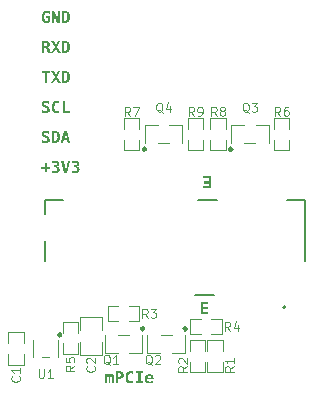
<source format=gbr>
%TF.GenerationSoftware,KiCad,Pcbnew,9.0.0*%
%TF.CreationDate,2025-03-01T15:32:50-05:00*%
%TF.ProjectId,mPCIE-to-M_2_E-Key,6d504349-452d-4746-9f2d-4d5f325f452d,rev?*%
%TF.SameCoordinates,Original*%
%TF.FileFunction,Legend,Top*%
%TF.FilePolarity,Positive*%
%FSLAX46Y46*%
G04 Gerber Fmt 4.6, Leading zero omitted, Abs format (unit mm)*
G04 Created by KiCad (PCBNEW 9.0.0) date 2025-03-01 15:32:50*
%MOMM*%
%LPD*%
G01*
G04 APERTURE LIST*
%ADD10C,0.200000*%
%ADD11C,0.120000*%
%ADD12C,0.127000*%
%ADD13C,0.250000*%
G04 APERTURE END LIST*
D10*
G36*
X136906218Y-109170629D02*
G01*
X136270515Y-109170629D01*
X136270515Y-108992882D01*
X136704596Y-108992882D01*
X136704596Y-108772758D01*
X136311487Y-108772758D01*
X136311487Y-108595010D01*
X136704596Y-108595010D01*
X136704596Y-108327747D01*
X136270515Y-108327747D01*
X136270515Y-108150000D01*
X136906218Y-108150000D01*
X136906218Y-109170629D01*
G37*
G36*
X136043781Y-118829370D02*
G01*
X136679484Y-118829370D01*
X136679484Y-119007117D01*
X136245403Y-119007117D01*
X136245403Y-119227241D01*
X136638512Y-119227241D01*
X136638512Y-119404989D01*
X136245403Y-119404989D01*
X136245403Y-119672252D01*
X136679484Y-119672252D01*
X136679484Y-119850000D01*
X136043781Y-119850000D01*
X136043781Y-118829370D01*
G37*
G36*
X122897871Y-102804844D02*
G01*
X122817882Y-102800692D01*
X122739968Y-102787076D01*
X122662890Y-102764135D01*
X122592262Y-102733037D01*
X122592262Y-102524576D01*
X122674295Y-102575823D01*
X122748822Y-102610000D01*
X122825275Y-102631256D01*
X122896467Y-102638026D01*
X122945545Y-102633738D01*
X122983738Y-102622008D01*
X123013398Y-102603832D01*
X123035910Y-102578544D01*
X123049557Y-102547674D01*
X123054370Y-102509494D01*
X123047396Y-102465317D01*
X123027076Y-102428832D01*
X122992515Y-102397752D01*
X122947758Y-102374855D01*
X122848656Y-102337241D01*
X122774029Y-102305656D01*
X122719391Y-102276730D01*
X122672999Y-102244595D01*
X122642210Y-102214876D01*
X122613259Y-102170438D01*
X122594840Y-102114314D01*
X122588171Y-102043295D01*
X122594217Y-101974700D01*
X122611352Y-101916742D01*
X122638854Y-101867401D01*
X122677076Y-101825247D01*
X122723733Y-101791751D01*
X122778708Y-101767076D01*
X122843593Y-101751470D01*
X122920403Y-101745929D01*
X122994843Y-101749716D01*
X123062247Y-101760645D01*
X123128395Y-101779656D01*
X123201343Y-101809494D01*
X123201343Y-102006414D01*
X123132845Y-101963998D01*
X123066319Y-101935076D01*
X123001033Y-101918266D01*
X122936156Y-101912747D01*
X122887650Y-101916562D01*
X122851441Y-101926764D01*
X122824720Y-101942117D01*
X122803245Y-101964225D01*
X122790319Y-101991479D01*
X122785764Y-102025526D01*
X122789051Y-102052568D01*
X122798563Y-102075727D01*
X122814462Y-102095929D01*
X122855129Y-102123956D01*
X122932737Y-102157479D01*
X123019504Y-102190268D01*
X123098931Y-102226183D01*
X123158067Y-102265960D01*
X123200671Y-102309214D01*
X123232101Y-102361707D01*
X123251795Y-102424853D01*
X123258801Y-102501311D01*
X123252371Y-102576083D01*
X123234423Y-102637176D01*
X123206078Y-102687269D01*
X123167210Y-102728274D01*
X123119951Y-102759735D01*
X123061053Y-102783641D01*
X122988031Y-102799198D01*
X122897871Y-102804844D01*
G37*
G36*
X123860982Y-102804844D02*
G01*
X123779376Y-102798851D01*
X123708811Y-102781787D01*
X123647475Y-102754489D01*
X123593940Y-102717048D01*
X123547252Y-102668801D01*
X123510601Y-102613840D01*
X123480784Y-102548802D01*
X123458212Y-102472081D01*
X123443726Y-102381766D01*
X123438564Y-102275692D01*
X123443744Y-102168981D01*
X123458262Y-102078342D01*
X123480855Y-102001551D01*
X123510660Y-101936644D01*
X123547252Y-101881973D01*
X123593940Y-101833726D01*
X123647475Y-101796284D01*
X123708811Y-101768987D01*
X123779376Y-101751923D01*
X123860982Y-101745929D01*
X123919489Y-101749076D01*
X123973761Y-101758264D01*
X124025647Y-101773711D01*
X124073595Y-101795144D01*
X124073595Y-102019359D01*
X124018518Y-101974602D01*
X123972418Y-101948956D01*
X123921493Y-101932226D01*
X123871240Y-101927096D01*
X123818618Y-101932849D01*
X123774503Y-101949255D01*
X123737035Y-101976102D01*
X123705155Y-102014596D01*
X123682282Y-102059570D01*
X123664482Y-102116366D01*
X123652726Y-102187460D01*
X123648429Y-102275692D01*
X123652761Y-102364449D01*
X123664568Y-102435381D01*
X123682370Y-102491522D01*
X123705155Y-102535505D01*
X123737077Y-102574335D01*
X123774564Y-102601381D01*
X123818664Y-102617891D01*
X123871240Y-102623677D01*
X123922843Y-102618068D01*
X123973089Y-102601085D01*
X124020594Y-102574096D01*
X124073595Y-102531414D01*
X124073595Y-102755629D01*
X124024557Y-102777144D01*
X123973089Y-102792510D01*
X123919912Y-102801669D01*
X123860982Y-102804844D01*
G37*
G36*
X124338110Y-101764370D02*
G01*
X124539794Y-101764370D01*
X124539794Y-102607252D01*
X124971127Y-102607252D01*
X124971127Y-102785000D01*
X124338110Y-102785000D01*
X124338110Y-101764370D01*
G37*
G36*
X122983906Y-96689863D02*
G01*
X123062044Y-96704593D01*
X123121154Y-96726445D01*
X123165134Y-96754101D01*
X123202339Y-96793984D01*
X123229370Y-96846058D01*
X123244987Y-96905822D01*
X123250558Y-96977644D01*
X123247152Y-97032873D01*
X123237918Y-97076135D01*
X123221833Y-97114947D01*
X123199328Y-97148553D01*
X123172049Y-97175709D01*
X123138817Y-97197463D01*
X123100444Y-97212828D01*
X123051683Y-97223047D01*
X123081254Y-97233662D01*
X123104317Y-97251074D01*
X123127887Y-97282520D01*
X123158295Y-97337903D01*
X123342882Y-97705000D01*
X123121414Y-97705000D01*
X122998316Y-97447262D01*
X122983967Y-97417220D01*
X122953124Y-97363409D01*
X122925165Y-97330087D01*
X122892726Y-97308653D01*
X122856838Y-97301693D01*
X122792602Y-97301693D01*
X122792602Y-97705000D01*
X122590919Y-97705000D01*
X122590919Y-97132128D01*
X122792602Y-97132128D01*
X122887613Y-97132128D01*
X122942475Y-97127695D01*
X122980661Y-97116184D01*
X123006559Y-97099338D01*
X123020907Y-97082250D01*
X123032510Y-97059038D01*
X123039429Y-97031588D01*
X123042096Y-96992665D01*
X123037409Y-96943834D01*
X123025088Y-96909588D01*
X123006559Y-96886053D01*
X122980290Y-96869525D01*
X122942028Y-96858258D01*
X122887613Y-96853935D01*
X122792602Y-96853935D01*
X122792602Y-97132128D01*
X122590919Y-97132128D01*
X122590919Y-96684370D01*
X122882117Y-96684370D01*
X122983906Y-96689863D01*
G37*
G36*
X123660031Y-97186838D02*
G01*
X123368832Y-96684370D01*
X123577294Y-96684370D01*
X123763224Y-97009091D01*
X123949886Y-96684370D01*
X124158347Y-96684370D01*
X123868492Y-97186838D01*
X124166591Y-97705000D01*
X123958068Y-97705000D01*
X123763224Y-97367334D01*
X123569112Y-97705000D01*
X123360589Y-97705000D01*
X123660031Y-97186838D01*
G37*
G36*
X124598190Y-96690211D02*
G01*
X124683471Y-96706345D01*
X124752893Y-96731118D01*
X124809108Y-96763534D01*
X124854195Y-96803316D01*
X124886202Y-96844965D01*
X124913671Y-96896263D01*
X124936261Y-96958838D01*
X124951128Y-97023898D01*
X124960806Y-97101744D01*
X124964288Y-97194349D01*
X124958776Y-97307689D01*
X124943593Y-97400350D01*
X124920423Y-97475589D01*
X124890433Y-97536255D01*
X124854195Y-97584710D01*
X124808764Y-97625043D01*
X124752328Y-97657840D01*
X124682853Y-97682855D01*
X124597742Y-97699118D01*
X124493937Y-97705000D01*
X124277965Y-97705000D01*
X124277965Y-97523161D01*
X124479588Y-97523161D01*
X124534298Y-97523161D01*
X124593081Y-97517774D01*
X124639272Y-97502947D01*
X124675575Y-97479763D01*
X124703803Y-97447995D01*
X124723422Y-97410371D01*
X124739354Y-97358182D01*
X124750296Y-97287473D01*
X124754422Y-97193677D01*
X124750306Y-97100646D01*
X124739380Y-97030370D01*
X124723450Y-96978369D01*
X124703803Y-96940764D01*
X124675923Y-96909342D01*
X124639787Y-96886341D01*
X124593511Y-96871584D01*
X124534298Y-96866209D01*
X124479588Y-96866209D01*
X124479588Y-97523161D01*
X124277965Y-97523161D01*
X124277965Y-96684370D01*
X124493937Y-96684370D01*
X124598190Y-96690211D01*
G37*
G36*
X122992210Y-95184844D02*
G01*
X122913995Y-95178870D01*
X122845977Y-95161800D01*
X122786444Y-95134359D01*
X122734071Y-95096497D01*
X122688005Y-95047397D01*
X122657271Y-95001763D01*
X122630617Y-94947921D01*
X122608321Y-94884731D01*
X122593185Y-94819424D01*
X122583454Y-94743146D01*
X122579989Y-94654349D01*
X122585212Y-94547573D01*
X122599838Y-94457085D01*
X122622578Y-94380606D01*
X122652556Y-94316130D01*
X122689349Y-94261973D01*
X122736075Y-94213604D01*
X122789406Y-94176144D01*
X122850257Y-94148892D01*
X122920001Y-94131891D01*
X123000392Y-94125929D01*
X123064352Y-94130254D01*
X123124834Y-94143026D01*
X123182955Y-94164643D01*
X123236209Y-94193585D01*
X123236209Y-94417128D01*
X123190053Y-94368530D01*
X123139183Y-94334452D01*
X123082747Y-94314089D01*
X123018832Y-94307096D01*
X122962796Y-94312903D01*
X122916680Y-94329290D01*
X122878367Y-94355752D01*
X122846580Y-94393192D01*
X122823831Y-94437159D01*
X122806026Y-94493471D01*
X122794199Y-94564832D01*
X122789855Y-94654349D01*
X122793978Y-94741883D01*
X122805284Y-94812865D01*
X122822439Y-94869960D01*
X122844504Y-94915505D01*
X122874191Y-94953373D01*
X122909778Y-94980779D01*
X122951944Y-94997665D01*
X123004483Y-95003677D01*
X123032510Y-95002334D01*
X123058522Y-94997510D01*
X123081053Y-94990000D01*
X123096074Y-94980413D01*
X123096074Y-94785629D01*
X122958016Y-94785629D01*
X122958016Y-94616064D01*
X123272479Y-94616064D01*
X123272479Y-95083667D01*
X123211199Y-95127548D01*
X123144617Y-95158832D01*
X123072138Y-95178311D01*
X122992210Y-95184844D01*
G37*
G36*
X123423482Y-94144370D02*
G01*
X123640186Y-94144370D01*
X123924546Y-94886074D01*
X123924546Y-94144370D01*
X124102294Y-94144370D01*
X124102294Y-95165000D01*
X123886994Y-95165000D01*
X123601229Y-94423295D01*
X123601229Y-95165000D01*
X123423482Y-95165000D01*
X123423482Y-94144370D01*
G37*
G36*
X124598190Y-94150211D02*
G01*
X124683471Y-94166345D01*
X124752893Y-94191118D01*
X124809108Y-94223534D01*
X124854195Y-94263316D01*
X124886202Y-94304965D01*
X124913671Y-94356263D01*
X124936261Y-94418838D01*
X124951128Y-94483898D01*
X124960806Y-94561744D01*
X124964288Y-94654349D01*
X124958776Y-94767689D01*
X124943593Y-94860350D01*
X124920423Y-94935589D01*
X124890433Y-94996255D01*
X124854195Y-95044710D01*
X124808764Y-95085043D01*
X124752328Y-95117840D01*
X124682853Y-95142855D01*
X124597742Y-95159118D01*
X124493937Y-95165000D01*
X124277965Y-95165000D01*
X124277965Y-94983161D01*
X124479588Y-94983161D01*
X124534298Y-94983161D01*
X124593081Y-94977774D01*
X124639272Y-94962947D01*
X124675575Y-94939763D01*
X124703803Y-94907995D01*
X124723422Y-94870371D01*
X124739354Y-94818182D01*
X124750296Y-94747473D01*
X124754422Y-94653677D01*
X124750306Y-94560646D01*
X124739380Y-94490370D01*
X124723450Y-94438369D01*
X124703803Y-94400764D01*
X124675923Y-94369342D01*
X124639787Y-94346341D01*
X124593511Y-94331584D01*
X124534298Y-94326209D01*
X124479588Y-94326209D01*
X124479588Y-94983161D01*
X124277965Y-94983161D01*
X124277965Y-94144370D01*
X124493937Y-94144370D01*
X124598190Y-94150211D01*
G37*
G36*
X122820629Y-99400774D02*
G01*
X122561549Y-99400774D01*
X122561549Y-99224370D01*
X123281332Y-99224370D01*
X123281332Y-99400774D01*
X123022252Y-99400774D01*
X123022252Y-100245000D01*
X122820629Y-100245000D01*
X122820629Y-99400774D01*
G37*
G36*
X123660031Y-99726838D02*
G01*
X123368832Y-99224370D01*
X123577294Y-99224370D01*
X123763224Y-99549091D01*
X123949886Y-99224370D01*
X124158347Y-99224370D01*
X123868492Y-99726838D01*
X124166591Y-100245000D01*
X123958068Y-100245000D01*
X123763224Y-99907334D01*
X123569112Y-100245000D01*
X123360589Y-100245000D01*
X123660031Y-99726838D01*
G37*
G36*
X124598190Y-99230211D02*
G01*
X124683471Y-99246345D01*
X124752893Y-99271118D01*
X124809108Y-99303534D01*
X124854195Y-99343316D01*
X124886202Y-99384965D01*
X124913671Y-99436263D01*
X124936261Y-99498838D01*
X124951128Y-99563898D01*
X124960806Y-99641744D01*
X124964288Y-99734349D01*
X124958776Y-99847689D01*
X124943593Y-99940350D01*
X124920423Y-100015589D01*
X124890433Y-100076255D01*
X124854195Y-100124710D01*
X124808764Y-100165043D01*
X124752328Y-100197840D01*
X124682853Y-100222855D01*
X124597742Y-100239118D01*
X124493937Y-100245000D01*
X124277965Y-100245000D01*
X124277965Y-100063161D01*
X124479588Y-100063161D01*
X124534298Y-100063161D01*
X124593081Y-100057774D01*
X124639272Y-100042947D01*
X124675575Y-100019763D01*
X124703803Y-99987995D01*
X124723422Y-99950371D01*
X124739354Y-99898182D01*
X124750296Y-99827473D01*
X124754422Y-99733677D01*
X124750306Y-99640646D01*
X124739380Y-99570370D01*
X124723450Y-99518369D01*
X124703803Y-99480764D01*
X124675923Y-99449342D01*
X124639787Y-99426341D01*
X124593511Y-99411584D01*
X124534298Y-99406209D01*
X124479588Y-99406209D01*
X124479588Y-100063161D01*
X124277965Y-100063161D01*
X124277965Y-99224370D01*
X124493937Y-99224370D01*
X124598190Y-99230211D01*
G37*
G36*
X122840413Y-107506817D02*
G01*
X122545123Y-107506817D01*
X122545123Y-107344091D01*
X122840413Y-107344091D01*
X122840413Y-107050144D01*
X123002468Y-107050144D01*
X123002468Y-107344091D01*
X123296414Y-107344091D01*
X123296414Y-107506817D01*
X123002468Y-107506817D01*
X123002468Y-107802107D01*
X122840413Y-107802107D01*
X122840413Y-107506817D01*
G37*
G36*
X123721519Y-107884844D02*
G01*
X123647025Y-107881730D01*
X123571127Y-107871838D01*
X123500052Y-107856451D01*
X123427573Y-107834225D01*
X123427573Y-107646952D01*
X123493971Y-107675325D01*
X123566364Y-107695495D01*
X123642934Y-107708440D01*
X123711994Y-107712531D01*
X123755812Y-107710196D01*
X123792655Y-107703677D01*
X123826125Y-107691809D01*
X123853471Y-107674979D01*
X123879378Y-107646519D01*
X123895107Y-107611427D01*
X123900671Y-107567634D01*
X123895056Y-107520979D01*
X123879086Y-107482665D01*
X123852800Y-107450764D01*
X123827997Y-107433403D01*
X123796379Y-107419684D01*
X123760922Y-107411385D01*
X123717428Y-107408387D01*
X123609412Y-107408387D01*
X123609412Y-107230640D01*
X123717428Y-107230640D01*
X123766368Y-107226836D01*
X123804608Y-107216460D01*
X123834359Y-107200537D01*
X123857013Y-107178291D01*
X123870565Y-107150828D01*
X123875331Y-107116456D01*
X123870552Y-107080659D01*
X123856965Y-107051830D01*
X123834359Y-107028285D01*
X123806117Y-107011853D01*
X123767706Y-107000928D01*
X123716085Y-106996838D01*
X123658260Y-107000258D01*
X123594391Y-107011188D01*
X123528750Y-107028651D01*
X123458347Y-107052892D01*
X123458347Y-106869710D01*
X123529298Y-106850741D01*
X123597138Y-106836859D01*
X123664303Y-106828604D01*
X123727686Y-106825929D01*
X123810412Y-106831052D01*
X123878453Y-106845259D01*
X123934275Y-106867243D01*
X123979928Y-106896332D01*
X124019336Y-106934776D01*
X124047143Y-106979070D01*
X124064208Y-107030378D01*
X124070176Y-107090505D01*
X124067096Y-107133120D01*
X124058208Y-107171167D01*
X124042398Y-107206227D01*
X124018213Y-107238822D01*
X123980186Y-107272046D01*
X123931536Y-107297484D01*
X123869897Y-107314720D01*
X123939651Y-107333882D01*
X123994290Y-107362970D01*
X124036653Y-107401549D01*
X124067529Y-107448856D01*
X124087069Y-107507937D01*
X124094112Y-107581983D01*
X124087645Y-107653926D01*
X124069408Y-107713901D01*
X124040248Y-107764241D01*
X123999773Y-107806564D01*
X123951175Y-107838674D01*
X123890431Y-107863121D01*
X123814931Y-107879054D01*
X123721519Y-107884844D01*
G37*
G36*
X124223255Y-106844370D02*
G01*
X124426282Y-106844370D01*
X124605373Y-107696838D01*
X124785197Y-106844370D01*
X124988224Y-106844370D01*
X124745507Y-107865000D01*
X124465910Y-107865000D01*
X124223255Y-106844370D01*
G37*
G36*
X125405818Y-107884844D02*
G01*
X125331324Y-107881730D01*
X125255425Y-107871838D01*
X125184351Y-107856451D01*
X125111871Y-107834225D01*
X125111871Y-107646952D01*
X125178270Y-107675325D01*
X125250662Y-107695495D01*
X125327233Y-107708440D01*
X125396292Y-107712531D01*
X125440110Y-107710196D01*
X125476953Y-107703677D01*
X125510423Y-107691809D01*
X125537770Y-107674979D01*
X125563677Y-107646519D01*
X125579406Y-107611427D01*
X125584970Y-107567634D01*
X125579354Y-107520979D01*
X125563385Y-107482665D01*
X125537098Y-107450764D01*
X125512296Y-107433403D01*
X125480678Y-107419684D01*
X125445220Y-107411385D01*
X125401727Y-107408387D01*
X125293710Y-107408387D01*
X125293710Y-107230640D01*
X125401727Y-107230640D01*
X125450667Y-107226836D01*
X125488907Y-107216460D01*
X125518658Y-107200537D01*
X125541312Y-107178291D01*
X125554864Y-107150828D01*
X125559630Y-107116456D01*
X125554851Y-107080659D01*
X125541264Y-107051830D01*
X125518658Y-107028285D01*
X125490415Y-107011853D01*
X125452005Y-107000928D01*
X125400383Y-106996838D01*
X125342559Y-107000258D01*
X125278689Y-107011188D01*
X125213049Y-107028651D01*
X125142646Y-107052892D01*
X125142646Y-106869710D01*
X125213597Y-106850741D01*
X125281437Y-106836859D01*
X125348601Y-106828604D01*
X125411985Y-106825929D01*
X125494711Y-106831052D01*
X125562751Y-106845259D01*
X125618573Y-106867243D01*
X125664227Y-106896332D01*
X125703635Y-106934776D01*
X125731441Y-106979070D01*
X125748506Y-107030378D01*
X125754474Y-107090505D01*
X125751394Y-107133120D01*
X125742506Y-107171167D01*
X125726697Y-107206227D01*
X125702512Y-107238822D01*
X125664485Y-107272046D01*
X125615834Y-107297484D01*
X125554195Y-107314720D01*
X125623950Y-107333882D01*
X125678589Y-107362970D01*
X125720952Y-107401549D01*
X125751828Y-107448856D01*
X125771368Y-107507937D01*
X125778410Y-107581983D01*
X125771944Y-107653926D01*
X125753707Y-107713901D01*
X125724547Y-107764241D01*
X125684071Y-107806564D01*
X125635474Y-107838674D01*
X125574730Y-107863121D01*
X125499230Y-107879054D01*
X125405818Y-107884844D01*
G37*
G36*
X127950680Y-124914359D02*
G01*
X128076465Y-124914359D01*
X128096310Y-124993677D01*
X128119090Y-124952436D01*
X128150654Y-124921931D01*
X128189431Y-124902455D01*
X128233025Y-124895919D01*
X128279163Y-124902813D01*
X128319792Y-124923274D01*
X128342507Y-124943547D01*
X128357702Y-124965928D01*
X128366320Y-124990929D01*
X128392918Y-124948391D01*
X128425387Y-124919480D01*
X128464586Y-124902042D01*
X128512622Y-124895919D01*
X128559714Y-124900703D01*
X128596314Y-124913877D01*
X128624796Y-124934645D01*
X128646589Y-124963574D01*
X128664446Y-125012458D01*
X128678398Y-125101300D01*
X128684203Y-125248667D01*
X128684203Y-125680000D01*
X128520132Y-125680000D01*
X128520132Y-125188522D01*
X128516053Y-125111814D01*
X128507127Y-125075010D01*
X128496056Y-125058721D01*
X128480595Y-125049093D01*
X128459255Y-125045640D01*
X128438789Y-125048986D01*
X128423755Y-125058372D01*
X128412788Y-125074338D01*
X128402886Y-125112294D01*
X128398438Y-125188522D01*
X128398438Y-125680000D01*
X128236444Y-125680000D01*
X128236444Y-125188522D01*
X128232259Y-125113912D01*
X128222767Y-125075010D01*
X128211721Y-125058673D01*
X128196460Y-125049069D01*
X128175567Y-125045640D01*
X128154081Y-125048937D01*
X128138921Y-125057983D01*
X128128428Y-125072995D01*
X128119164Y-125107941D01*
X128114750Y-125188522D01*
X128114750Y-125680000D01*
X127950680Y-125680000D01*
X127950680Y-124914359D01*
G37*
G36*
X129235866Y-124665267D02*
G01*
X129319721Y-124681114D01*
X129383507Y-124704684D01*
X129431280Y-124734596D01*
X129469627Y-124774932D01*
X129498246Y-124827036D01*
X129516816Y-124893689D01*
X129523604Y-124978656D01*
X129516839Y-125063199D01*
X129498301Y-125129758D01*
X129469681Y-125182007D01*
X129431280Y-125222655D01*
X129383507Y-125252568D01*
X129319721Y-125276138D01*
X129235866Y-125291984D01*
X129127137Y-125297882D01*
X129051910Y-125297882D01*
X129051910Y-125680000D01*
X128850227Y-125680000D01*
X128850227Y-125128316D01*
X129051910Y-125128316D01*
X129134647Y-125128316D01*
X129200874Y-125123634D01*
X129245336Y-125111725D01*
X129274049Y-125094855D01*
X129294729Y-125069548D01*
X129308489Y-125032292D01*
X129313739Y-124978656D01*
X129308486Y-124924979D01*
X129294724Y-124887729D01*
X129274049Y-124862458D01*
X129245330Y-124845554D01*
X129200867Y-124833625D01*
X129134647Y-124828935D01*
X129051910Y-124828935D01*
X129051910Y-125128316D01*
X128850227Y-125128316D01*
X128850227Y-124659370D01*
X129127137Y-124659370D01*
X129235866Y-124665267D01*
G37*
G36*
X130097758Y-125699844D02*
G01*
X130016152Y-125693851D01*
X129945587Y-125676787D01*
X129884251Y-125649489D01*
X129830716Y-125612048D01*
X129784028Y-125563801D01*
X129747377Y-125508840D01*
X129717560Y-125443802D01*
X129694988Y-125367081D01*
X129680503Y-125276766D01*
X129675340Y-125170692D01*
X129680520Y-125063981D01*
X129695038Y-124973342D01*
X129717632Y-124896551D01*
X129747437Y-124831644D01*
X129784028Y-124776973D01*
X129830716Y-124728726D01*
X129884251Y-124691284D01*
X129945587Y-124663987D01*
X130016152Y-124646923D01*
X130097758Y-124640929D01*
X130156265Y-124644076D01*
X130210537Y-124653264D01*
X130262423Y-124668711D01*
X130310371Y-124690144D01*
X130310371Y-124914359D01*
X130255295Y-124869602D01*
X130209194Y-124843956D01*
X130158269Y-124827226D01*
X130108016Y-124822096D01*
X130055394Y-124827849D01*
X130011280Y-124844255D01*
X129973811Y-124871102D01*
X129941931Y-124909596D01*
X129919058Y-124954570D01*
X129901258Y-125011366D01*
X129889503Y-125082460D01*
X129885206Y-125170692D01*
X129889537Y-125259449D01*
X129901344Y-125330381D01*
X129919147Y-125386522D01*
X129941931Y-125430505D01*
X129973853Y-125469335D01*
X130011340Y-125496381D01*
X130055440Y-125512891D01*
X130108016Y-125518677D01*
X130159619Y-125513068D01*
X130209866Y-125496085D01*
X130257371Y-125469096D01*
X130310371Y-125426414D01*
X130310371Y-125650629D01*
X130261334Y-125672144D01*
X130209866Y-125687510D01*
X130156688Y-125696669D01*
X130097758Y-125699844D01*
G37*
G36*
X130538677Y-125502252D02*
G01*
X130741704Y-125502252D01*
X130741704Y-124837117D01*
X130538677Y-124837117D01*
X130538677Y-124659370D01*
X131146354Y-124659370D01*
X131146354Y-124837117D01*
X130943327Y-124837117D01*
X130943327Y-125502252D01*
X131146354Y-125502252D01*
X131146354Y-125680000D01*
X130538677Y-125680000D01*
X130538677Y-125502252D01*
G37*
G36*
X131768369Y-124901607D02*
G01*
X131828232Y-124917949D01*
X131881158Y-124944462D01*
X131928066Y-124980757D01*
X131967447Y-125025428D01*
X131999738Y-125079467D01*
X132022589Y-125138492D01*
X132036834Y-125205152D01*
X132041809Y-125280785D01*
X132041809Y-125362117D01*
X131522976Y-125362117D01*
X131529102Y-125418168D01*
X131545940Y-125461131D01*
X131572642Y-125494124D01*
X131610374Y-125518811D01*
X131662099Y-125535112D01*
X131732170Y-125541209D01*
X131799152Y-125536319D01*
X131867297Y-125521408D01*
X131937270Y-125495819D01*
X132009691Y-125458532D01*
X132009691Y-125642386D01*
X131915351Y-125674430D01*
X131819903Y-125693487D01*
X131722584Y-125699844D01*
X131641864Y-125695100D01*
X131573100Y-125681745D01*
X131514512Y-125660774D01*
X131464593Y-125632722D01*
X131422165Y-125597629D01*
X131386687Y-125555357D01*
X131358431Y-125505918D01*
X131337381Y-125448206D01*
X131324015Y-125380790D01*
X131319278Y-125301973D01*
X131324318Y-125221271D01*
X131326260Y-125211725D01*
X131525052Y-125211725D01*
X131840187Y-125211725D01*
X131835271Y-125160289D01*
X131821920Y-125121275D01*
X131801230Y-125091802D01*
X131772789Y-125069865D01*
X131736431Y-125056065D01*
X131689794Y-125051074D01*
X131642268Y-125056133D01*
X131604486Y-125070228D01*
X131574267Y-125092779D01*
X131551135Y-125123010D01*
X131534523Y-125161928D01*
X131525052Y-125211725D01*
X131326260Y-125211725D01*
X131338701Y-125150557D01*
X131361654Y-125088382D01*
X131394836Y-125031687D01*
X131436852Y-124984746D01*
X131488416Y-124946538D01*
X131546788Y-124919343D01*
X131616526Y-124902077D01*
X131700052Y-124895919D01*
X131768369Y-124901607D01*
G37*
G36*
X122897871Y-105344844D02*
G01*
X122817882Y-105340692D01*
X122739968Y-105327076D01*
X122662890Y-105304135D01*
X122592262Y-105273037D01*
X122592262Y-105064576D01*
X122674295Y-105115823D01*
X122748822Y-105150000D01*
X122825275Y-105171256D01*
X122896467Y-105178026D01*
X122945545Y-105173738D01*
X122983738Y-105162008D01*
X123013398Y-105143832D01*
X123035910Y-105118544D01*
X123049557Y-105087674D01*
X123054370Y-105049494D01*
X123047396Y-105005317D01*
X123027076Y-104968832D01*
X122992515Y-104937752D01*
X122947758Y-104914855D01*
X122848656Y-104877241D01*
X122774029Y-104845656D01*
X122719391Y-104816730D01*
X122672999Y-104784595D01*
X122642210Y-104754876D01*
X122613259Y-104710438D01*
X122594840Y-104654314D01*
X122588171Y-104583295D01*
X122594217Y-104514700D01*
X122611352Y-104456742D01*
X122638854Y-104407401D01*
X122677076Y-104365247D01*
X122723733Y-104331751D01*
X122778708Y-104307076D01*
X122843593Y-104291470D01*
X122920403Y-104285929D01*
X122994843Y-104289716D01*
X123062247Y-104300645D01*
X123128395Y-104319656D01*
X123201343Y-104349494D01*
X123201343Y-104546414D01*
X123132845Y-104503998D01*
X123066319Y-104475076D01*
X123001033Y-104458266D01*
X122936156Y-104452747D01*
X122887650Y-104456562D01*
X122851441Y-104466764D01*
X122824720Y-104482117D01*
X122803245Y-104504225D01*
X122790319Y-104531479D01*
X122785764Y-104565526D01*
X122789051Y-104592568D01*
X122798563Y-104615727D01*
X122814462Y-104635929D01*
X122855129Y-104663956D01*
X122932737Y-104697479D01*
X123019504Y-104730268D01*
X123098931Y-104766183D01*
X123158067Y-104805960D01*
X123200671Y-104849214D01*
X123232101Y-104901707D01*
X123251795Y-104964853D01*
X123258801Y-105041311D01*
X123252371Y-105116083D01*
X123234423Y-105177176D01*
X123206078Y-105227269D01*
X123167210Y-105268274D01*
X123119951Y-105299735D01*
X123061053Y-105323641D01*
X122988031Y-105339198D01*
X122897871Y-105344844D01*
G37*
G36*
X123756041Y-104310211D02*
G01*
X123841322Y-104326345D01*
X123910744Y-104351118D01*
X123966958Y-104383534D01*
X124012046Y-104423316D01*
X124044053Y-104464965D01*
X124071522Y-104516263D01*
X124094112Y-104578838D01*
X124108979Y-104643898D01*
X124118657Y-104721744D01*
X124122138Y-104814349D01*
X124116626Y-104927689D01*
X124101443Y-105020350D01*
X124078274Y-105095589D01*
X124048283Y-105156255D01*
X124012046Y-105204710D01*
X123966615Y-105245043D01*
X123910178Y-105277840D01*
X123840704Y-105302855D01*
X123755593Y-105319118D01*
X123651788Y-105325000D01*
X123435816Y-105325000D01*
X123435816Y-105143161D01*
X123637438Y-105143161D01*
X123692149Y-105143161D01*
X123750931Y-105137774D01*
X123797122Y-105122947D01*
X123833425Y-105099763D01*
X123861653Y-105067995D01*
X123881273Y-105030371D01*
X123897205Y-104978182D01*
X123908147Y-104907473D01*
X123912273Y-104813677D01*
X123908157Y-104720646D01*
X123897230Y-104650370D01*
X123881301Y-104598369D01*
X123861653Y-104560764D01*
X123833774Y-104529342D01*
X123797638Y-104506341D01*
X123751361Y-104491584D01*
X123692149Y-104486209D01*
X123637438Y-104486209D01*
X123637438Y-105143161D01*
X123435816Y-105143161D01*
X123435816Y-104304370D01*
X123651788Y-104304370D01*
X123756041Y-104310211D01*
G37*
G36*
X125004588Y-105325000D02*
G01*
X124802965Y-105325000D01*
X124740073Y-105072758D01*
X124470062Y-105072758D01*
X124408513Y-105325000D01*
X124206830Y-105325000D01*
X124319768Y-104906612D01*
X124510362Y-104906612D01*
X124701116Y-104906612D01*
X124605373Y-104488956D01*
X124510362Y-104906612D01*
X124319768Y-104906612D01*
X124482336Y-104304370D01*
X124729143Y-104304370D01*
X125004588Y-105325000D01*
G37*
D11*
X135474999Y-103040724D02*
X135224999Y-102683581D01*
X135046428Y-103040724D02*
X135046428Y-102290724D01*
X135046428Y-102290724D02*
X135332142Y-102290724D01*
X135332142Y-102290724D02*
X135403571Y-102326438D01*
X135403571Y-102326438D02*
X135439285Y-102362152D01*
X135439285Y-102362152D02*
X135474999Y-102433581D01*
X135474999Y-102433581D02*
X135474999Y-102540724D01*
X135474999Y-102540724D02*
X135439285Y-102612152D01*
X135439285Y-102612152D02*
X135403571Y-102647867D01*
X135403571Y-102647867D02*
X135332142Y-102683581D01*
X135332142Y-102683581D02*
X135046428Y-102683581D01*
X135832142Y-103040724D02*
X135974999Y-103040724D01*
X135974999Y-103040724D02*
X136046428Y-103005010D01*
X136046428Y-103005010D02*
X136082142Y-102969295D01*
X136082142Y-102969295D02*
X136153571Y-102862152D01*
X136153571Y-102862152D02*
X136189285Y-102719295D01*
X136189285Y-102719295D02*
X136189285Y-102433581D01*
X136189285Y-102433581D02*
X136153571Y-102362152D01*
X136153571Y-102362152D02*
X136117857Y-102326438D01*
X136117857Y-102326438D02*
X136046428Y-102290724D01*
X136046428Y-102290724D02*
X135903571Y-102290724D01*
X135903571Y-102290724D02*
X135832142Y-102326438D01*
X135832142Y-102326438D02*
X135796428Y-102362152D01*
X135796428Y-102362152D02*
X135760714Y-102433581D01*
X135760714Y-102433581D02*
X135760714Y-102612152D01*
X135760714Y-102612152D02*
X135796428Y-102683581D01*
X135796428Y-102683581D02*
X135832142Y-102719295D01*
X135832142Y-102719295D02*
X135903571Y-102755010D01*
X135903571Y-102755010D02*
X136046428Y-102755010D01*
X136046428Y-102755010D02*
X136117857Y-102719295D01*
X136117857Y-102719295D02*
X136153571Y-102683581D01*
X136153571Y-102683581D02*
X136189285Y-102612152D01*
X130074999Y-103040724D02*
X129824999Y-102683581D01*
X129646428Y-103040724D02*
X129646428Y-102290724D01*
X129646428Y-102290724D02*
X129932142Y-102290724D01*
X129932142Y-102290724D02*
X130003571Y-102326438D01*
X130003571Y-102326438D02*
X130039285Y-102362152D01*
X130039285Y-102362152D02*
X130074999Y-102433581D01*
X130074999Y-102433581D02*
X130074999Y-102540724D01*
X130074999Y-102540724D02*
X130039285Y-102612152D01*
X130039285Y-102612152D02*
X130003571Y-102647867D01*
X130003571Y-102647867D02*
X129932142Y-102683581D01*
X129932142Y-102683581D02*
X129646428Y-102683581D01*
X130324999Y-102290724D02*
X130824999Y-102290724D01*
X130824999Y-102290724D02*
X130503571Y-103040724D01*
X137374999Y-103040724D02*
X137124999Y-102683581D01*
X136946428Y-103040724D02*
X136946428Y-102290724D01*
X136946428Y-102290724D02*
X137232142Y-102290724D01*
X137232142Y-102290724D02*
X137303571Y-102326438D01*
X137303571Y-102326438D02*
X137339285Y-102362152D01*
X137339285Y-102362152D02*
X137374999Y-102433581D01*
X137374999Y-102433581D02*
X137374999Y-102540724D01*
X137374999Y-102540724D02*
X137339285Y-102612152D01*
X137339285Y-102612152D02*
X137303571Y-102647867D01*
X137303571Y-102647867D02*
X137232142Y-102683581D01*
X137232142Y-102683581D02*
X136946428Y-102683581D01*
X137803571Y-102612152D02*
X137732142Y-102576438D01*
X137732142Y-102576438D02*
X137696428Y-102540724D01*
X137696428Y-102540724D02*
X137660714Y-102469295D01*
X137660714Y-102469295D02*
X137660714Y-102433581D01*
X137660714Y-102433581D02*
X137696428Y-102362152D01*
X137696428Y-102362152D02*
X137732142Y-102326438D01*
X137732142Y-102326438D02*
X137803571Y-102290724D01*
X137803571Y-102290724D02*
X137946428Y-102290724D01*
X137946428Y-102290724D02*
X138017857Y-102326438D01*
X138017857Y-102326438D02*
X138053571Y-102362152D01*
X138053571Y-102362152D02*
X138089285Y-102433581D01*
X138089285Y-102433581D02*
X138089285Y-102469295D01*
X138089285Y-102469295D02*
X138053571Y-102540724D01*
X138053571Y-102540724D02*
X138017857Y-102576438D01*
X138017857Y-102576438D02*
X137946428Y-102612152D01*
X137946428Y-102612152D02*
X137803571Y-102612152D01*
X137803571Y-102612152D02*
X137732142Y-102647867D01*
X137732142Y-102647867D02*
X137696428Y-102683581D01*
X137696428Y-102683581D02*
X137660714Y-102755010D01*
X137660714Y-102755010D02*
X137660714Y-102897867D01*
X137660714Y-102897867D02*
X137696428Y-102969295D01*
X137696428Y-102969295D02*
X137732142Y-103005010D01*
X137732142Y-103005010D02*
X137803571Y-103040724D01*
X137803571Y-103040724D02*
X137946428Y-103040724D01*
X137946428Y-103040724D02*
X138017857Y-103005010D01*
X138017857Y-103005010D02*
X138053571Y-102969295D01*
X138053571Y-102969295D02*
X138089285Y-102897867D01*
X138089285Y-102897867D02*
X138089285Y-102755010D01*
X138089285Y-102755010D02*
X138053571Y-102683581D01*
X138053571Y-102683581D02*
X138017857Y-102647867D01*
X138017857Y-102647867D02*
X137946428Y-102612152D01*
X131536089Y-120140724D02*
X131286089Y-119783581D01*
X131107518Y-120140724D02*
X131107518Y-119390724D01*
X131107518Y-119390724D02*
X131393232Y-119390724D01*
X131393232Y-119390724D02*
X131464661Y-119426438D01*
X131464661Y-119426438D02*
X131500375Y-119462152D01*
X131500375Y-119462152D02*
X131536089Y-119533581D01*
X131536089Y-119533581D02*
X131536089Y-119640724D01*
X131536089Y-119640724D02*
X131500375Y-119712152D01*
X131500375Y-119712152D02*
X131464661Y-119747867D01*
X131464661Y-119747867D02*
X131393232Y-119783581D01*
X131393232Y-119783581D02*
X131107518Y-119783581D01*
X131786089Y-119390724D02*
X132250375Y-119390724D01*
X132250375Y-119390724D02*
X132000375Y-119676438D01*
X132000375Y-119676438D02*
X132107518Y-119676438D01*
X132107518Y-119676438D02*
X132178947Y-119712152D01*
X132178947Y-119712152D02*
X132214661Y-119747867D01*
X132214661Y-119747867D02*
X132250375Y-119819295D01*
X132250375Y-119819295D02*
X132250375Y-119997867D01*
X132250375Y-119997867D02*
X132214661Y-120069295D01*
X132214661Y-120069295D02*
X132178947Y-120105010D01*
X132178947Y-120105010D02*
X132107518Y-120140724D01*
X132107518Y-120140724D02*
X131893232Y-120140724D01*
X131893232Y-120140724D02*
X131821804Y-120105010D01*
X131821804Y-120105010D02*
X131786089Y-120069295D01*
X140128571Y-102762152D02*
X140057142Y-102726438D01*
X140057142Y-102726438D02*
X139985714Y-102655010D01*
X139985714Y-102655010D02*
X139878571Y-102547867D01*
X139878571Y-102547867D02*
X139807142Y-102512152D01*
X139807142Y-102512152D02*
X139735714Y-102512152D01*
X139771428Y-102690724D02*
X139700000Y-102655010D01*
X139700000Y-102655010D02*
X139628571Y-102583581D01*
X139628571Y-102583581D02*
X139592857Y-102440724D01*
X139592857Y-102440724D02*
X139592857Y-102190724D01*
X139592857Y-102190724D02*
X139628571Y-102047867D01*
X139628571Y-102047867D02*
X139700000Y-101976438D01*
X139700000Y-101976438D02*
X139771428Y-101940724D01*
X139771428Y-101940724D02*
X139914285Y-101940724D01*
X139914285Y-101940724D02*
X139985714Y-101976438D01*
X139985714Y-101976438D02*
X140057142Y-102047867D01*
X140057142Y-102047867D02*
X140092857Y-102190724D01*
X140092857Y-102190724D02*
X140092857Y-102440724D01*
X140092857Y-102440724D02*
X140057142Y-102583581D01*
X140057142Y-102583581D02*
X139985714Y-102655010D01*
X139985714Y-102655010D02*
X139914285Y-102690724D01*
X139914285Y-102690724D02*
X139771428Y-102690724D01*
X140342856Y-101940724D02*
X140807142Y-101940724D01*
X140807142Y-101940724D02*
X140557142Y-102226438D01*
X140557142Y-102226438D02*
X140664285Y-102226438D01*
X140664285Y-102226438D02*
X140735714Y-102262152D01*
X140735714Y-102262152D02*
X140771428Y-102297867D01*
X140771428Y-102297867D02*
X140807142Y-102369295D01*
X140807142Y-102369295D02*
X140807142Y-102547867D01*
X140807142Y-102547867D02*
X140771428Y-102619295D01*
X140771428Y-102619295D02*
X140735714Y-102655010D01*
X140735714Y-102655010D02*
X140664285Y-102690724D01*
X140664285Y-102690724D02*
X140449999Y-102690724D01*
X140449999Y-102690724D02*
X140378571Y-102655010D01*
X140378571Y-102655010D02*
X140342856Y-102619295D01*
X128378571Y-124112152D02*
X128307142Y-124076438D01*
X128307142Y-124076438D02*
X128235714Y-124005010D01*
X128235714Y-124005010D02*
X128128571Y-123897867D01*
X128128571Y-123897867D02*
X128057142Y-123862152D01*
X128057142Y-123862152D02*
X127985714Y-123862152D01*
X128021428Y-124040724D02*
X127950000Y-124005010D01*
X127950000Y-124005010D02*
X127878571Y-123933581D01*
X127878571Y-123933581D02*
X127842857Y-123790724D01*
X127842857Y-123790724D02*
X127842857Y-123540724D01*
X127842857Y-123540724D02*
X127878571Y-123397867D01*
X127878571Y-123397867D02*
X127950000Y-123326438D01*
X127950000Y-123326438D02*
X128021428Y-123290724D01*
X128021428Y-123290724D02*
X128164285Y-123290724D01*
X128164285Y-123290724D02*
X128235714Y-123326438D01*
X128235714Y-123326438D02*
X128307142Y-123397867D01*
X128307142Y-123397867D02*
X128342857Y-123540724D01*
X128342857Y-123540724D02*
X128342857Y-123790724D01*
X128342857Y-123790724D02*
X128307142Y-123933581D01*
X128307142Y-123933581D02*
X128235714Y-124005010D01*
X128235714Y-124005010D02*
X128164285Y-124040724D01*
X128164285Y-124040724D02*
X128021428Y-124040724D01*
X129057142Y-124040724D02*
X128628571Y-124040724D01*
X128842856Y-124040724D02*
X128842856Y-123290724D01*
X128842856Y-123290724D02*
X128771428Y-123397867D01*
X128771428Y-123397867D02*
X128699999Y-123469295D01*
X128699999Y-123469295D02*
X128628571Y-123505010D01*
X131928571Y-124112152D02*
X131857142Y-124076438D01*
X131857142Y-124076438D02*
X131785714Y-124005010D01*
X131785714Y-124005010D02*
X131678571Y-123897867D01*
X131678571Y-123897867D02*
X131607142Y-123862152D01*
X131607142Y-123862152D02*
X131535714Y-123862152D01*
X131571428Y-124040724D02*
X131500000Y-124005010D01*
X131500000Y-124005010D02*
X131428571Y-123933581D01*
X131428571Y-123933581D02*
X131392857Y-123790724D01*
X131392857Y-123790724D02*
X131392857Y-123540724D01*
X131392857Y-123540724D02*
X131428571Y-123397867D01*
X131428571Y-123397867D02*
X131500000Y-123326438D01*
X131500000Y-123326438D02*
X131571428Y-123290724D01*
X131571428Y-123290724D02*
X131714285Y-123290724D01*
X131714285Y-123290724D02*
X131785714Y-123326438D01*
X131785714Y-123326438D02*
X131857142Y-123397867D01*
X131857142Y-123397867D02*
X131892857Y-123540724D01*
X131892857Y-123540724D02*
X131892857Y-123790724D01*
X131892857Y-123790724D02*
X131857142Y-123933581D01*
X131857142Y-123933581D02*
X131785714Y-124005010D01*
X131785714Y-124005010D02*
X131714285Y-124040724D01*
X131714285Y-124040724D02*
X131571428Y-124040724D01*
X132178571Y-123362152D02*
X132214285Y-123326438D01*
X132214285Y-123326438D02*
X132285714Y-123290724D01*
X132285714Y-123290724D02*
X132464285Y-123290724D01*
X132464285Y-123290724D02*
X132535714Y-123326438D01*
X132535714Y-123326438D02*
X132571428Y-123362152D01*
X132571428Y-123362152D02*
X132607142Y-123433581D01*
X132607142Y-123433581D02*
X132607142Y-123505010D01*
X132607142Y-123505010D02*
X132571428Y-123612152D01*
X132571428Y-123612152D02*
X132142856Y-124040724D01*
X132142856Y-124040724D02*
X132607142Y-124040724D01*
X138840724Y-124263910D02*
X138483581Y-124513910D01*
X138840724Y-124692481D02*
X138090724Y-124692481D01*
X138090724Y-124692481D02*
X138090724Y-124406767D01*
X138090724Y-124406767D02*
X138126438Y-124335338D01*
X138126438Y-124335338D02*
X138162152Y-124299624D01*
X138162152Y-124299624D02*
X138233581Y-124263910D01*
X138233581Y-124263910D02*
X138340724Y-124263910D01*
X138340724Y-124263910D02*
X138412152Y-124299624D01*
X138412152Y-124299624D02*
X138447867Y-124335338D01*
X138447867Y-124335338D02*
X138483581Y-124406767D01*
X138483581Y-124406767D02*
X138483581Y-124692481D01*
X138840724Y-123549624D02*
X138840724Y-123978195D01*
X138840724Y-123763910D02*
X138090724Y-123763910D01*
X138090724Y-123763910D02*
X138197867Y-123835338D01*
X138197867Y-123835338D02*
X138269295Y-123906767D01*
X138269295Y-123906767D02*
X138305010Y-123978195D01*
X127019295Y-124236090D02*
X127055010Y-124271804D01*
X127055010Y-124271804D02*
X127090724Y-124378947D01*
X127090724Y-124378947D02*
X127090724Y-124450375D01*
X127090724Y-124450375D02*
X127055010Y-124557518D01*
X127055010Y-124557518D02*
X126983581Y-124628947D01*
X126983581Y-124628947D02*
X126912152Y-124664661D01*
X126912152Y-124664661D02*
X126769295Y-124700375D01*
X126769295Y-124700375D02*
X126662152Y-124700375D01*
X126662152Y-124700375D02*
X126519295Y-124664661D01*
X126519295Y-124664661D02*
X126447867Y-124628947D01*
X126447867Y-124628947D02*
X126376438Y-124557518D01*
X126376438Y-124557518D02*
X126340724Y-124450375D01*
X126340724Y-124450375D02*
X126340724Y-124378947D01*
X126340724Y-124378947D02*
X126376438Y-124271804D01*
X126376438Y-124271804D02*
X126412152Y-124236090D01*
X126412152Y-123950375D02*
X126376438Y-123914661D01*
X126376438Y-123914661D02*
X126340724Y-123843233D01*
X126340724Y-123843233D02*
X126340724Y-123664661D01*
X126340724Y-123664661D02*
X126376438Y-123593233D01*
X126376438Y-123593233D02*
X126412152Y-123557518D01*
X126412152Y-123557518D02*
X126483581Y-123521804D01*
X126483581Y-123521804D02*
X126555010Y-123521804D01*
X126555010Y-123521804D02*
X126662152Y-123557518D01*
X126662152Y-123557518D02*
X127090724Y-123986090D01*
X127090724Y-123986090D02*
X127090724Y-123521804D01*
X138531089Y-121240724D02*
X138281089Y-120883581D01*
X138102518Y-121240724D02*
X138102518Y-120490724D01*
X138102518Y-120490724D02*
X138388232Y-120490724D01*
X138388232Y-120490724D02*
X138459661Y-120526438D01*
X138459661Y-120526438D02*
X138495375Y-120562152D01*
X138495375Y-120562152D02*
X138531089Y-120633581D01*
X138531089Y-120633581D02*
X138531089Y-120740724D01*
X138531089Y-120740724D02*
X138495375Y-120812152D01*
X138495375Y-120812152D02*
X138459661Y-120847867D01*
X138459661Y-120847867D02*
X138388232Y-120883581D01*
X138388232Y-120883581D02*
X138102518Y-120883581D01*
X139173947Y-120740724D02*
X139173947Y-121240724D01*
X138995375Y-120455010D02*
X138816804Y-120990724D01*
X138816804Y-120990724D02*
X139281089Y-120990724D01*
X122328571Y-124490724D02*
X122328571Y-125097867D01*
X122328571Y-125097867D02*
X122364285Y-125169295D01*
X122364285Y-125169295D02*
X122400000Y-125205010D01*
X122400000Y-125205010D02*
X122471428Y-125240724D01*
X122471428Y-125240724D02*
X122614285Y-125240724D01*
X122614285Y-125240724D02*
X122685714Y-125205010D01*
X122685714Y-125205010D02*
X122721428Y-125169295D01*
X122721428Y-125169295D02*
X122757142Y-125097867D01*
X122757142Y-125097867D02*
X122757142Y-124490724D01*
X123507142Y-125240724D02*
X123078571Y-125240724D01*
X123292856Y-125240724D02*
X123292856Y-124490724D01*
X123292856Y-124490724D02*
X123221428Y-124597867D01*
X123221428Y-124597867D02*
X123149999Y-124669295D01*
X123149999Y-124669295D02*
X123078571Y-124705010D01*
X142774999Y-103040724D02*
X142524999Y-102683581D01*
X142346428Y-103040724D02*
X142346428Y-102290724D01*
X142346428Y-102290724D02*
X142632142Y-102290724D01*
X142632142Y-102290724D02*
X142703571Y-102326438D01*
X142703571Y-102326438D02*
X142739285Y-102362152D01*
X142739285Y-102362152D02*
X142774999Y-102433581D01*
X142774999Y-102433581D02*
X142774999Y-102540724D01*
X142774999Y-102540724D02*
X142739285Y-102612152D01*
X142739285Y-102612152D02*
X142703571Y-102647867D01*
X142703571Y-102647867D02*
X142632142Y-102683581D01*
X142632142Y-102683581D02*
X142346428Y-102683581D01*
X143417857Y-102290724D02*
X143274999Y-102290724D01*
X143274999Y-102290724D02*
X143203571Y-102326438D01*
X143203571Y-102326438D02*
X143167857Y-102362152D01*
X143167857Y-102362152D02*
X143096428Y-102469295D01*
X143096428Y-102469295D02*
X143060714Y-102612152D01*
X143060714Y-102612152D02*
X143060714Y-102897867D01*
X143060714Y-102897867D02*
X143096428Y-102969295D01*
X143096428Y-102969295D02*
X143132142Y-103005010D01*
X143132142Y-103005010D02*
X143203571Y-103040724D01*
X143203571Y-103040724D02*
X143346428Y-103040724D01*
X143346428Y-103040724D02*
X143417857Y-103005010D01*
X143417857Y-103005010D02*
X143453571Y-102969295D01*
X143453571Y-102969295D02*
X143489285Y-102897867D01*
X143489285Y-102897867D02*
X143489285Y-102719295D01*
X143489285Y-102719295D02*
X143453571Y-102647867D01*
X143453571Y-102647867D02*
X143417857Y-102612152D01*
X143417857Y-102612152D02*
X143346428Y-102576438D01*
X143346428Y-102576438D02*
X143203571Y-102576438D01*
X143203571Y-102576438D02*
X143132142Y-102612152D01*
X143132142Y-102612152D02*
X143096428Y-102647867D01*
X143096428Y-102647867D02*
X143060714Y-102719295D01*
X132828571Y-102762152D02*
X132757142Y-102726438D01*
X132757142Y-102726438D02*
X132685714Y-102655010D01*
X132685714Y-102655010D02*
X132578571Y-102547867D01*
X132578571Y-102547867D02*
X132507142Y-102512152D01*
X132507142Y-102512152D02*
X132435714Y-102512152D01*
X132471428Y-102690724D02*
X132400000Y-102655010D01*
X132400000Y-102655010D02*
X132328571Y-102583581D01*
X132328571Y-102583581D02*
X132292857Y-102440724D01*
X132292857Y-102440724D02*
X132292857Y-102190724D01*
X132292857Y-102190724D02*
X132328571Y-102047867D01*
X132328571Y-102047867D02*
X132400000Y-101976438D01*
X132400000Y-101976438D02*
X132471428Y-101940724D01*
X132471428Y-101940724D02*
X132614285Y-101940724D01*
X132614285Y-101940724D02*
X132685714Y-101976438D01*
X132685714Y-101976438D02*
X132757142Y-102047867D01*
X132757142Y-102047867D02*
X132792857Y-102190724D01*
X132792857Y-102190724D02*
X132792857Y-102440724D01*
X132792857Y-102440724D02*
X132757142Y-102583581D01*
X132757142Y-102583581D02*
X132685714Y-102655010D01*
X132685714Y-102655010D02*
X132614285Y-102690724D01*
X132614285Y-102690724D02*
X132471428Y-102690724D01*
X133435714Y-102190724D02*
X133435714Y-102690724D01*
X133257142Y-101905010D02*
X133078571Y-102440724D01*
X133078571Y-102440724D02*
X133542856Y-102440724D01*
X125340724Y-124186090D02*
X124983581Y-124436090D01*
X125340724Y-124614661D02*
X124590724Y-124614661D01*
X124590724Y-124614661D02*
X124590724Y-124328947D01*
X124590724Y-124328947D02*
X124626438Y-124257518D01*
X124626438Y-124257518D02*
X124662152Y-124221804D01*
X124662152Y-124221804D02*
X124733581Y-124186090D01*
X124733581Y-124186090D02*
X124840724Y-124186090D01*
X124840724Y-124186090D02*
X124912152Y-124221804D01*
X124912152Y-124221804D02*
X124947867Y-124257518D01*
X124947867Y-124257518D02*
X124983581Y-124328947D01*
X124983581Y-124328947D02*
X124983581Y-124614661D01*
X124590724Y-123507518D02*
X124590724Y-123864661D01*
X124590724Y-123864661D02*
X124947867Y-123900375D01*
X124947867Y-123900375D02*
X124912152Y-123864661D01*
X124912152Y-123864661D02*
X124876438Y-123793233D01*
X124876438Y-123793233D02*
X124876438Y-123614661D01*
X124876438Y-123614661D02*
X124912152Y-123543233D01*
X124912152Y-123543233D02*
X124947867Y-123507518D01*
X124947867Y-123507518D02*
X125019295Y-123471804D01*
X125019295Y-123471804D02*
X125197867Y-123471804D01*
X125197867Y-123471804D02*
X125269295Y-123507518D01*
X125269295Y-123507518D02*
X125305010Y-123543233D01*
X125305010Y-123543233D02*
X125340724Y-123614661D01*
X125340724Y-123614661D02*
X125340724Y-123793233D01*
X125340724Y-123793233D02*
X125305010Y-123864661D01*
X125305010Y-123864661D02*
X125269295Y-123900375D01*
X134890724Y-124263910D02*
X134533581Y-124513910D01*
X134890724Y-124692481D02*
X134140724Y-124692481D01*
X134140724Y-124692481D02*
X134140724Y-124406767D01*
X134140724Y-124406767D02*
X134176438Y-124335338D01*
X134176438Y-124335338D02*
X134212152Y-124299624D01*
X134212152Y-124299624D02*
X134283581Y-124263910D01*
X134283581Y-124263910D02*
X134390724Y-124263910D01*
X134390724Y-124263910D02*
X134462152Y-124299624D01*
X134462152Y-124299624D02*
X134497867Y-124335338D01*
X134497867Y-124335338D02*
X134533581Y-124406767D01*
X134533581Y-124406767D02*
X134533581Y-124692481D01*
X134212152Y-123978195D02*
X134176438Y-123942481D01*
X134176438Y-123942481D02*
X134140724Y-123871053D01*
X134140724Y-123871053D02*
X134140724Y-123692481D01*
X134140724Y-123692481D02*
X134176438Y-123621053D01*
X134176438Y-123621053D02*
X134212152Y-123585338D01*
X134212152Y-123585338D02*
X134283581Y-123549624D01*
X134283581Y-123549624D02*
X134355010Y-123549624D01*
X134355010Y-123549624D02*
X134462152Y-123585338D01*
X134462152Y-123585338D02*
X134890724Y-124013910D01*
X134890724Y-124013910D02*
X134890724Y-123549624D01*
X120669295Y-125086090D02*
X120705010Y-125121804D01*
X120705010Y-125121804D02*
X120740724Y-125228947D01*
X120740724Y-125228947D02*
X120740724Y-125300375D01*
X120740724Y-125300375D02*
X120705010Y-125407518D01*
X120705010Y-125407518D02*
X120633581Y-125478947D01*
X120633581Y-125478947D02*
X120562152Y-125514661D01*
X120562152Y-125514661D02*
X120419295Y-125550375D01*
X120419295Y-125550375D02*
X120312152Y-125550375D01*
X120312152Y-125550375D02*
X120169295Y-125514661D01*
X120169295Y-125514661D02*
X120097867Y-125478947D01*
X120097867Y-125478947D02*
X120026438Y-125407518D01*
X120026438Y-125407518D02*
X119990724Y-125300375D01*
X119990724Y-125300375D02*
X119990724Y-125228947D01*
X119990724Y-125228947D02*
X120026438Y-125121804D01*
X120026438Y-125121804D02*
X120062152Y-125086090D01*
X120740724Y-124371804D02*
X120740724Y-124800375D01*
X120740724Y-124586090D02*
X119990724Y-124586090D01*
X119990724Y-124586090D02*
X120097867Y-124657518D01*
X120097867Y-124657518D02*
X120169295Y-124728947D01*
X120169295Y-124728947D02*
X120205010Y-124800375D01*
D12*
%TO.C,J2*%
X122850000Y-110150000D02*
X122850000Y-111355000D01*
X122850000Y-110150000D02*
X124380000Y-110150000D01*
X122850000Y-115305000D02*
X122850000Y-113645000D01*
X137130000Y-118200000D02*
X135570000Y-118200000D01*
X137380000Y-110150000D02*
X135820000Y-110150000D01*
X143320000Y-110150000D02*
X144850000Y-110150000D01*
X144850000Y-110150000D02*
X144850000Y-115305000D01*
D10*
X143200000Y-119250000D02*
G75*
G02*
X143000000Y-119250000I-100000J0D01*
G01*
X143000000Y-119250000D02*
G75*
G02*
X143200000Y-119250000I100000J0D01*
G01*
D11*
%TO.C,R9*%
X134955000Y-103255000D02*
X136245000Y-103255000D01*
X134955000Y-104152000D02*
X134955000Y-103255000D01*
X134955000Y-105048000D02*
X134955000Y-105945000D01*
X134955000Y-105945000D02*
X136245000Y-105945000D01*
X136245000Y-103255000D02*
X136245000Y-104152000D01*
X136245000Y-105945000D02*
X136245000Y-105048000D01*
%TO.C,R7*%
X129555000Y-103255000D02*
X129555000Y-104152000D01*
X129555000Y-105945000D02*
X129555000Y-105048000D01*
X130845000Y-103255000D02*
X129555000Y-103255000D01*
X130845000Y-104152000D02*
X130845000Y-103255000D01*
X130845000Y-105048000D02*
X130845000Y-105945000D01*
X130845000Y-105945000D02*
X129555000Y-105945000D01*
%TO.C,R8*%
X136855000Y-103255000D02*
X138145000Y-103255000D01*
X136855000Y-104152000D02*
X136855000Y-103255000D01*
X136855000Y-105048000D02*
X136855000Y-105945000D01*
X136855000Y-105945000D02*
X138145000Y-105945000D01*
X138145000Y-103255000D02*
X138145000Y-104152000D01*
X138145000Y-105945000D02*
X138145000Y-105048000D01*
%TO.C,R3*%
X128155000Y-119155000D02*
X128155000Y-120445000D01*
X128155000Y-120445000D02*
X129052000Y-120445000D01*
X129052000Y-119155000D02*
X128155000Y-119155000D01*
X129948000Y-119155000D02*
X130845000Y-119155000D01*
X130845000Y-119155000D02*
X130845000Y-120445000D01*
X130845000Y-120445000D02*
X129948000Y-120445000D01*
%TO.C,Q3*%
X138620000Y-103840000D02*
X139715000Y-103840000D01*
X138620000Y-105360000D02*
X138620000Y-103840000D01*
X140666000Y-105360000D02*
X139734000Y-105360000D01*
X140685000Y-103840000D02*
X141780000Y-103840000D01*
X141780000Y-103840000D02*
X141780000Y-105360000D01*
D13*
X138700000Y-105876000D02*
G75*
G02*
X138450000Y-105876000I-125000J0D01*
G01*
X138450000Y-105876000D02*
G75*
G02*
X138700000Y-105876000I125000J0D01*
G01*
D11*
%TO.C,Q1*%
X127920000Y-123110000D02*
X127920000Y-121590000D01*
X129015000Y-123110000D02*
X127920000Y-123110000D01*
X129034000Y-121590000D02*
X129966000Y-121590000D01*
X131080000Y-121590000D02*
X131080000Y-123110000D01*
X131080000Y-123110000D02*
X129985000Y-123110000D01*
D13*
X131250000Y-121074000D02*
G75*
G02*
X131000000Y-121074000I-125000J0D01*
G01*
X131000000Y-121074000D02*
G75*
G02*
X131250000Y-121074000I125000J0D01*
G01*
D11*
%TO.C,Q2*%
X131520000Y-123110000D02*
X131520000Y-121590000D01*
X132615000Y-123110000D02*
X131520000Y-123110000D01*
X132634000Y-121590000D02*
X133566000Y-121590000D01*
X134680000Y-121590000D02*
X134680000Y-123110000D01*
X134680000Y-123110000D02*
X133585000Y-123110000D01*
D13*
X134850000Y-121074000D02*
G75*
G02*
X134600000Y-121074000I-125000J0D01*
G01*
X134600000Y-121074000D02*
G75*
G02*
X134850000Y-121074000I125000J0D01*
G01*
D11*
%TO.C,R1*%
X136605000Y-122055000D02*
X136605000Y-122952000D01*
X136605000Y-124745000D02*
X136605000Y-123848000D01*
X137895000Y-122055000D02*
X136605000Y-122055000D01*
X137895000Y-122952000D02*
X137895000Y-122055000D01*
X137895000Y-123848000D02*
X137895000Y-124745000D01*
X137895000Y-124745000D02*
X136605000Y-124745000D01*
%TO.C,C2*%
X125837000Y-120112000D02*
X125837000Y-121171000D01*
X125837000Y-123288000D02*
X125837000Y-122229000D01*
X127663000Y-120112000D02*
X125837000Y-120112000D01*
X127663000Y-121171000D02*
X127663000Y-120112000D01*
X127663000Y-122229000D02*
X127663000Y-123288000D01*
X127663000Y-123288000D02*
X125837000Y-123288000D01*
%TO.C,R4*%
X135155000Y-120255000D02*
X136052000Y-120255000D01*
X135155000Y-121545000D02*
X135155000Y-120255000D01*
X136052000Y-121545000D02*
X135155000Y-121545000D01*
X136948000Y-121545000D02*
X137845000Y-121545000D01*
X137845000Y-120255000D02*
X136948000Y-120255000D01*
X137845000Y-121545000D02*
X137845000Y-120255000D01*
%TO.C,U1*%
X121825000Y-123450000D02*
X121825000Y-122050000D01*
X122608000Y-123450000D02*
X123192000Y-123450000D01*
X123975000Y-122050000D02*
X123975000Y-123450000D01*
D13*
X124223000Y-121595000D02*
G75*
G02*
X123973000Y-121595000I-125000J0D01*
G01*
X123973000Y-121595000D02*
G75*
G02*
X124223000Y-121595000I125000J0D01*
G01*
D11*
%TO.C,R6*%
X142255000Y-103255000D02*
X142255000Y-104152000D01*
X142255000Y-105945000D02*
X142255000Y-105048000D01*
X143545000Y-103255000D02*
X142255000Y-103255000D01*
X143545000Y-104152000D02*
X143545000Y-103255000D01*
X143545000Y-105048000D02*
X143545000Y-105945000D01*
X143545000Y-105945000D02*
X142255000Y-105945000D01*
%TO.C,Q4*%
X131320000Y-103840000D02*
X132415000Y-103840000D01*
X131320000Y-105360000D02*
X131320000Y-103840000D01*
X133366000Y-105360000D02*
X132434000Y-105360000D01*
X133385000Y-103840000D02*
X134480000Y-103840000D01*
X134480000Y-103840000D02*
X134480000Y-105360000D01*
D13*
X131400000Y-105876000D02*
G75*
G02*
X131150000Y-105876000I-125000J0D01*
G01*
X131150000Y-105876000D02*
G75*
G02*
X131400000Y-105876000I125000J0D01*
G01*
D11*
%TO.C,R5*%
X124355000Y-120505000D02*
X124355000Y-121402000D01*
X124355000Y-123195000D02*
X124355000Y-122298000D01*
X125645000Y-120505000D02*
X124355000Y-120505000D01*
X125645000Y-121402000D02*
X125645000Y-120505000D01*
X125645000Y-122298000D02*
X125645000Y-123195000D01*
X125645000Y-123195000D02*
X124355000Y-123195000D01*
%TO.C,R2*%
X135105000Y-122055000D02*
X135105000Y-122952000D01*
X135105000Y-124745000D02*
X135105000Y-123848000D01*
X136395000Y-122055000D02*
X135105000Y-122055000D01*
X136395000Y-122952000D02*
X136395000Y-122055000D01*
X136395000Y-123848000D02*
X136395000Y-124745000D01*
X136395000Y-124745000D02*
X135105000Y-124745000D01*
%TO.C,C1*%
X119735000Y-121385000D02*
X119735000Y-122295000D01*
X119735000Y-124115000D02*
X119735000Y-123205000D01*
X121065000Y-121385000D02*
X119735000Y-121385000D01*
X121065000Y-122295000D02*
X121065000Y-121385000D01*
X121065000Y-123205000D02*
X121065000Y-124115000D01*
X121065000Y-124115000D02*
X119735000Y-124115000D01*
%TD*%
M02*

</source>
